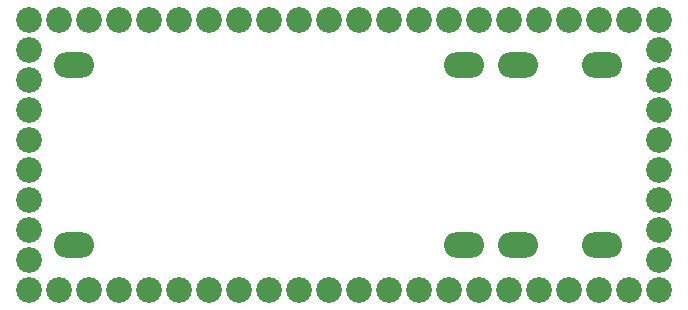
<source format=gts>
G04 #@! TF.FileFunction,Soldermask,Top*
%FSLAX46Y46*%
G04 Gerber Fmt 4.6, Leading zero omitted, Abs format (unit mm)*
G04 Created by KiCad (PCBNEW 4.0.5) date Wednesday, March 29, 2017 'PMt' 11:44:16 PM*
%MOMM*%
%LPD*%
G01*
G04 APERTURE LIST*
%ADD10C,0.100000*%
%ADD11C,2.178000*%
%ADD12O,3.400000X2.178000*%
G04 APERTURE END LIST*
D10*
D11*
X121988580Y-112610900D03*
X121988580Y-110070900D03*
X121988580Y-107530900D03*
X121988580Y-104990900D03*
X121988580Y-102450900D03*
X121988580Y-99910900D03*
X121988580Y-97370900D03*
X121988580Y-94830900D03*
X121988580Y-92290900D03*
X121988580Y-89750900D03*
D12*
X170502580Y-93560900D03*
X163390580Y-108800900D03*
D11*
X175328580Y-112610900D03*
X175328580Y-110070900D03*
X175328580Y-107530900D03*
X175328580Y-104990900D03*
X175328580Y-102450900D03*
X175328580Y-99910900D03*
X175328580Y-97370900D03*
X175328580Y-94830900D03*
X175328580Y-92290900D03*
X175328580Y-89750900D03*
X124528580Y-112610900D03*
X127068580Y-112610900D03*
X129608580Y-112610900D03*
X132148580Y-112610900D03*
X134688580Y-112610900D03*
X137228580Y-112610900D03*
X139768580Y-112610900D03*
X142308580Y-112610900D03*
X144848580Y-112610900D03*
X147388580Y-112610900D03*
X149928580Y-112610900D03*
X152468580Y-112610900D03*
X155008580Y-112610900D03*
X157548580Y-112610900D03*
X160088580Y-112610900D03*
X162628580Y-112610900D03*
X165168580Y-112610900D03*
X167708580Y-112610900D03*
X170248580Y-112610900D03*
X172788580Y-112610900D03*
D12*
X158818580Y-93560900D03*
X158818580Y-108800900D03*
X125798580Y-93560900D03*
X125798580Y-108800900D03*
X163390580Y-93560900D03*
D11*
X124536100Y-89758600D03*
X127076100Y-89758600D03*
X129616100Y-89758600D03*
X132156100Y-89758600D03*
X134696100Y-89758600D03*
X137236100Y-89758600D03*
X139776100Y-89758600D03*
X142316100Y-89758600D03*
X144856100Y-89758600D03*
X147396100Y-89758600D03*
X149936100Y-89758600D03*
X152476100Y-89758600D03*
X155016100Y-89758600D03*
X157556100Y-89758600D03*
X160096100Y-89758600D03*
X162636100Y-89758600D03*
X165176100Y-89758600D03*
X167716100Y-89758600D03*
X170256100Y-89758600D03*
X172796100Y-89758600D03*
D12*
X170502580Y-108800900D03*
M02*

</source>
